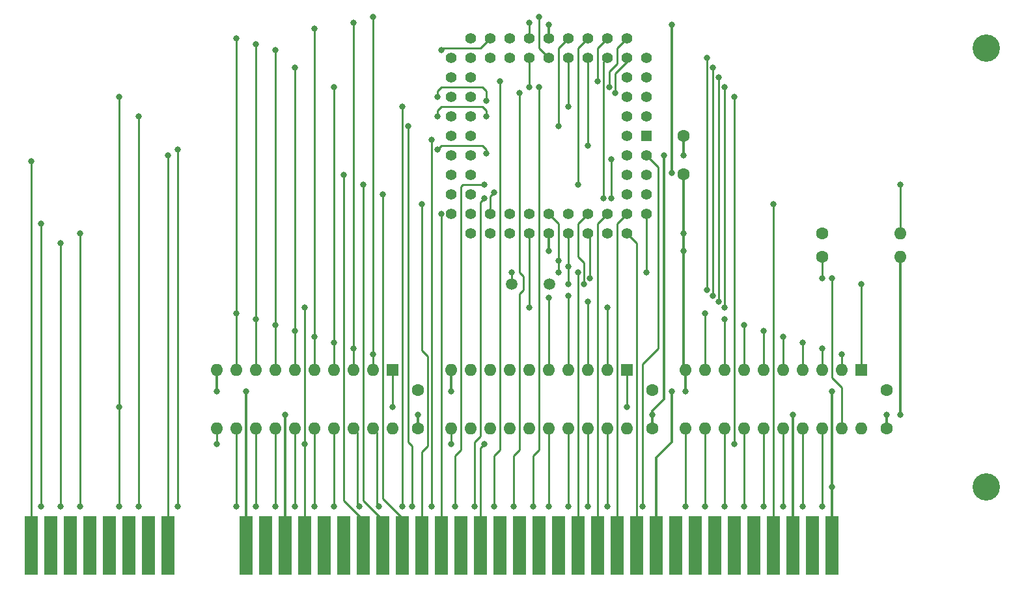
<source format=gbr>
G04 #@! TF.GenerationSoftware,KiCad,Pcbnew,(5.1.8)-1*
G04 #@! TF.CreationDate,2022-10-19T08:26:42-06:00*
G04 #@! TF.ProjectId,V40,5634302e-6b69-4636-9164-5f7063625858,rev?*
G04 #@! TF.SameCoordinates,Original*
G04 #@! TF.FileFunction,Copper,L2,Bot*
G04 #@! TF.FilePolarity,Positive*
%FSLAX46Y46*%
G04 Gerber Fmt 4.6, Leading zero omitted, Abs format (unit mm)*
G04 Created by KiCad (PCBNEW (5.1.8)-1) date 2022-10-19 08:26:42*
%MOMM*%
%LPD*%
G01*
G04 APERTURE LIST*
G04 #@! TA.AperFunction,ComponentPad*
%ADD10O,1.600000X1.600000*%
G04 #@! TD*
G04 #@! TA.AperFunction,ComponentPad*
%ADD11C,1.600000*%
G04 #@! TD*
G04 #@! TA.AperFunction,ComponentPad*
%ADD12C,1.500000*%
G04 #@! TD*
G04 #@! TA.AperFunction,ConnectorPad*
%ADD13R,1.780000X7.620000*%
G04 #@! TD*
G04 #@! TA.AperFunction,ComponentPad*
%ADD14R,1.600000X1.600000*%
G04 #@! TD*
G04 #@! TA.AperFunction,ComponentPad*
%ADD15C,1.422400*%
G04 #@! TD*
G04 #@! TA.AperFunction,ComponentPad*
%ADD16R,1.422400X1.422400*%
G04 #@! TD*
G04 #@! TA.AperFunction,ComponentPad*
%ADD17C,3.556000*%
G04 #@! TD*
G04 #@! TA.AperFunction,ViaPad*
%ADD18C,0.800000*%
G04 #@! TD*
G04 #@! TA.AperFunction,Conductor*
%ADD19C,0.330200*%
G04 #@! TD*
G04 #@! TA.AperFunction,Conductor*
%ADD20C,0.250000*%
G04 #@! TD*
G04 APERTURE END LIST*
D10*
G04 #@! TO.P,R1,2*
G04 #@! TO.N,/5+*
X170426380Y-92176600D03*
D11*
G04 #@! TO.P,R1,1*
G04 #@! TO.N,/DEN*
X160266380Y-92176600D03*
G04 #@! TD*
D12*
G04 #@! TO.P,Y1,2*
G04 #@! TO.N,/X1*
X124780380Y-95732600D03*
G04 #@! TO.P,Y1,1*
G04 #@! TO.N,/X2*
X119880380Y-95732600D03*
G04 #@! TD*
D10*
G04 #@! TO.P,R2,2*
G04 #@! TO.N,/POLL*
X170426380Y-89128600D03*
D11*
G04 #@! TO.P,R2,1*
G04 #@! TO.N,/GND*
X160266380Y-89128600D03*
G04 #@! TD*
D13*
G04 #@! TO.P,J1,8*
G04 #@! TO.N,/NMI*
X57396380Y-129768600D03*
G04 #@! TO.P,J1,7*
G04 #@! TO.N,Net-(J1-Pad7)*
X59936380Y-129768600D03*
G04 #@! TO.P,J1,6*
G04 #@! TO.N,/IO_008X*
X62476380Y-129768600D03*
G04 #@! TO.P,J1,5*
G04 #@! TO.N,/IO_006X*
X65016380Y-129768600D03*
G04 #@! TO.P,J1,4*
G04 #@! TO.N,/IO_004X*
X67556380Y-129768600D03*
G04 #@! TO.P,J1,3*
G04 #@! TO.N,/IO_002X*
X70096380Y-129768600D03*
G04 #@! TO.P,J1,2*
G04 #@! TO.N,/IO_000X*
X72636380Y-129768600D03*
G04 #@! TO.P,J1,1*
G04 #@! TO.N,/IRQ1*
X75176380Y-129768600D03*
G04 #@! TD*
D10*
G04 #@! TO.P,U4,20*
G04 #@! TO.N,/5+*
X165346380Y-114528600D03*
G04 #@! TO.P,U4,10*
G04 #@! TO.N,/GND*
X142486380Y-106908600D03*
G04 #@! TO.P,U4,19*
G04 #@! TO.N,/DEN*
X162806380Y-114528600D03*
G04 #@! TO.P,U4,9*
G04 #@! TO.N,/AD0*
X145026380Y-106908600D03*
G04 #@! TO.P,U4,18*
G04 #@! TO.N,/D7*
X160266380Y-114528600D03*
G04 #@! TO.P,U4,8*
G04 #@! TO.N,/AD1*
X147566380Y-106908600D03*
G04 #@! TO.P,U4,17*
G04 #@! TO.N,/D6*
X157726380Y-114528600D03*
G04 #@! TO.P,U4,7*
G04 #@! TO.N,/AD2*
X150106380Y-106908600D03*
G04 #@! TO.P,U4,16*
G04 #@! TO.N,/D5*
X155186380Y-114528600D03*
G04 #@! TO.P,U4,6*
G04 #@! TO.N,/AD3*
X152646380Y-106908600D03*
G04 #@! TO.P,U4,15*
G04 #@! TO.N,/D4*
X152646380Y-114528600D03*
G04 #@! TO.P,U4,5*
G04 #@! TO.N,/AD4*
X155186380Y-106908600D03*
G04 #@! TO.P,U4,14*
G04 #@! TO.N,/D3*
X150106380Y-114528600D03*
G04 #@! TO.P,U4,4*
G04 #@! TO.N,/AD5*
X157726380Y-106908600D03*
G04 #@! TO.P,U4,13*
G04 #@! TO.N,/D2*
X147566380Y-114528600D03*
G04 #@! TO.P,U4,3*
G04 #@! TO.N,/AD6*
X160266380Y-106908600D03*
G04 #@! TO.P,U4,12*
G04 #@! TO.N,/D1*
X145026380Y-114528600D03*
G04 #@! TO.P,U4,2*
G04 #@! TO.N,/AD7*
X162806380Y-106908600D03*
G04 #@! TO.P,U4,11*
G04 #@! TO.N,/D0*
X142486380Y-114528600D03*
D14*
G04 #@! TO.P,U4,1*
G04 #@! TO.N,/DTR*
X165346380Y-106908600D03*
G04 #@! TD*
D10*
G04 #@! TO.P,U3,20*
G04 #@! TO.N,/5+*
X134866380Y-114528600D03*
G04 #@! TO.P,U3,10*
G04 #@! TO.N,/GND*
X112006380Y-106908600D03*
G04 #@! TO.P,U3,19*
G04 #@! TO.N,/A19*
X132326380Y-114528600D03*
G04 #@! TO.P,U3,9*
G04 #@! TO.N,Net-(U3-Pad9)*
X114546380Y-106908600D03*
G04 #@! TO.P,U3,18*
G04 #@! TO.N,/A18*
X129786380Y-114528600D03*
G04 #@! TO.P,U3,8*
G04 #@! TO.N,Net-(U3-Pad8)*
X117086380Y-106908600D03*
G04 #@! TO.P,U3,17*
G04 #@! TO.N,/A17*
X127246380Y-114528600D03*
G04 #@! TO.P,U3,7*
G04 #@! TO.N,Net-(U3-Pad7)*
X119626380Y-106908600D03*
G04 #@! TO.P,U3,16*
G04 #@! TO.N,/A16*
X124706380Y-114528600D03*
G04 #@! TO.P,U3,6*
G04 #@! TO.N,Net-(U3-Pad6)*
X122166380Y-106908600D03*
G04 #@! TO.P,U3,15*
G04 #@! TO.N,Net-(U3-Pad15)*
X122166380Y-114528600D03*
G04 #@! TO.P,U3,5*
G04 #@! TO.N,/A16_*
X124706380Y-106908600D03*
G04 #@! TO.P,U3,14*
G04 #@! TO.N,Net-(U3-Pad14)*
X119626380Y-114528600D03*
G04 #@! TO.P,U3,4*
G04 #@! TO.N,/A17_*
X127246380Y-106908600D03*
G04 #@! TO.P,U3,13*
G04 #@! TO.N,Net-(U3-Pad13)*
X117086380Y-114528600D03*
G04 #@! TO.P,U3,3*
G04 #@! TO.N,/A18_*
X129786380Y-106908600D03*
G04 #@! TO.P,U3,12*
G04 #@! TO.N,Net-(U3-Pad12)*
X114546380Y-114528600D03*
G04 #@! TO.P,U3,2*
G04 #@! TO.N,/A19_*
X132326380Y-106908600D03*
G04 #@! TO.P,U3,11*
G04 #@! TO.N,/ALE*
X112006380Y-114528600D03*
D14*
G04 #@! TO.P,U3,1*
G04 #@! TO.N,/HOLDA*
X134866380Y-106908600D03*
G04 #@! TD*
D10*
G04 #@! TO.P,U2,20*
G04 #@! TO.N,/5+*
X104386380Y-114528600D03*
G04 #@! TO.P,U2,10*
G04 #@! TO.N,/GND*
X81526380Y-106908600D03*
G04 #@! TO.P,U2,19*
G04 #@! TO.N,/A7*
X101846380Y-114528600D03*
G04 #@! TO.P,U2,9*
G04 #@! TO.N,/AD0*
X84066380Y-106908600D03*
G04 #@! TO.P,U2,18*
G04 #@! TO.N,/A6*
X99306380Y-114528600D03*
G04 #@! TO.P,U2,8*
G04 #@! TO.N,/AD1*
X86606380Y-106908600D03*
G04 #@! TO.P,U2,17*
G04 #@! TO.N,/A5*
X96766380Y-114528600D03*
G04 #@! TO.P,U2,7*
G04 #@! TO.N,/AD2*
X89146380Y-106908600D03*
G04 #@! TO.P,U2,16*
G04 #@! TO.N,/A4*
X94226380Y-114528600D03*
G04 #@! TO.P,U2,6*
G04 #@! TO.N,/AD3*
X91686380Y-106908600D03*
G04 #@! TO.P,U2,15*
G04 #@! TO.N,/A3*
X91686380Y-114528600D03*
G04 #@! TO.P,U2,5*
G04 #@! TO.N,/AD4*
X94226380Y-106908600D03*
G04 #@! TO.P,U2,14*
G04 #@! TO.N,/A2*
X89146380Y-114528600D03*
G04 #@! TO.P,U2,4*
G04 #@! TO.N,/AD5*
X96766380Y-106908600D03*
G04 #@! TO.P,U2,13*
G04 #@! TO.N,/A1*
X86606380Y-114528600D03*
G04 #@! TO.P,U2,3*
G04 #@! TO.N,/AD6*
X99306380Y-106908600D03*
G04 #@! TO.P,U2,12*
G04 #@! TO.N,/A0*
X84066380Y-114528600D03*
G04 #@! TO.P,U2,2*
G04 #@! TO.N,/AD7*
X101846380Y-106908600D03*
G04 #@! TO.P,U2,11*
G04 #@! TO.N,/ALE*
X81526380Y-114528600D03*
D14*
G04 #@! TO.P,U2,1*
G04 #@! TO.N,/HOLDA*
X104386380Y-106908600D03*
G04 #@! TD*
D15*
G04 #@! TO.P,U1,60*
G04 #@! TO.N,/MWR*
X134866380Y-89128600D03*
G04 #@! TO.P,U1,58*
G04 #@! TO.N,Net-(U1-Pad58)*
X132326380Y-89128600D03*
G04 #@! TO.P,U1,56*
G04 #@! TO.N,/DEN*
X129786380Y-89128600D03*
G04 #@! TO.P,U1,54*
G04 #@! TO.N,/X1*
X127246380Y-89128600D03*
G04 #@! TO.P,U1,52*
G04 #@! TO.N,/GND*
X124706380Y-89128600D03*
G04 #@! TO.P,U1,50*
G04 #@! TO.N,/ALE*
X122166380Y-89128600D03*
G04 #@! TO.P,U1,48*
G04 #@! TO.N,Net-(U1-Pad48)*
X119626380Y-89128600D03*
G04 #@! TO.P,U1,46*
G04 #@! TO.N,/SPK_GO*
X117086380Y-89128600D03*
G04 #@! TO.P,U1,61*
G04 #@! TO.N,/IORD*
X137406380Y-86588600D03*
G04 #@! TO.P,U1,59*
G04 #@! TO.N,/IOWR*
X132326380Y-86588600D03*
G04 #@! TO.P,U1,57*
G04 #@! TO.N,/DTR*
X129786380Y-86588600D03*
G04 #@! TO.P,U1,55*
G04 #@! TO.N,Net-(U1-Pad55)*
X127246380Y-86588600D03*
G04 #@! TO.P,U1,53*
G04 #@! TO.N,/X2*
X124706380Y-86588600D03*
G04 #@! TO.P,U1,51*
G04 #@! TO.N,Net-(U1-Pad51)*
X122166380Y-86588600D03*
G04 #@! TO.P,U1,49*
G04 #@! TO.N,Net-(U1-Pad49)*
X119626380Y-86588600D03*
G04 #@! TO.P,U1,47*
G04 #@! TO.N,/POLL*
X117086380Y-86588600D03*
G04 #@! TO.P,U1,45*
G04 #@! TO.N,/SPK_OUT*
X114546380Y-86588600D03*
G04 #@! TO.P,U1,43*
G04 #@! TO.N,/IRQ7*
X112006380Y-86588600D03*
G04 #@! TO.P,U1,41*
G04 #@! TO.N,/IRQ5*
X112006380Y-84048600D03*
G04 #@! TO.P,U1,39*
G04 #@! TO.N,/IRQ3*
X112006380Y-81508600D03*
G04 #@! TO.P,U1,37*
G04 #@! TO.N,/IRQ1*
X112006380Y-78968600D03*
G04 #@! TO.P,U1,35*
G04 #@! TO.N,Net-(U1-Pad35)*
X112006380Y-76428600D03*
G04 #@! TO.P,U1,33*
G04 #@! TO.N,Net-(U1-Pad33)*
X112006380Y-73888600D03*
G04 #@! TO.P,U1,31*
G04 #@! TO.N,Net-(U1-Pad31)*
X112006380Y-71348600D03*
G04 #@! TO.P,U1,29*
G04 #@! TO.N,Net-(U1-Pad29)*
X112006380Y-68808600D03*
G04 #@! TO.P,U1,27*
G04 #@! TO.N,Net-(U1-Pad27)*
X112006380Y-66268600D03*
G04 #@! TO.P,U1,44*
G04 #@! TO.N,/HF_PCLK*
X114546380Y-89128600D03*
G04 #@! TO.P,U1,42*
G04 #@! TO.N,/IRQ6*
X114546380Y-84048600D03*
G04 #@! TO.P,U1,40*
G04 #@! TO.N,/IRQ4*
X114546380Y-81508600D03*
G04 #@! TO.P,U1,38*
G04 #@! TO.N,/IRQ2*
X114546380Y-78968600D03*
G04 #@! TO.P,U1,36*
G04 #@! TO.N,Net-(U1-Pad36)*
X114546380Y-76428600D03*
G04 #@! TO.P,U1,34*
G04 #@! TO.N,Net-(U1-Pad34)*
X114546380Y-73888600D03*
G04 #@! TO.P,U1,32*
G04 #@! TO.N,Net-(U1-Pad32)*
X114546380Y-71348600D03*
G04 #@! TO.P,U1,30*
G04 #@! TO.N,Net-(U1-Pad30)*
X114546380Y-68808600D03*
G04 #@! TO.P,U1,28*
G04 #@! TO.N,Net-(U1-Pad28)*
X114546380Y-66268600D03*
G04 #@! TO.P,U1,26*
G04 #@! TO.N,/AD0*
X114546380Y-63728600D03*
G04 #@! TO.P,U1,24*
G04 #@! TO.N,/AD2*
X117086380Y-63728600D03*
G04 #@! TO.P,U1,22*
G04 #@! TO.N,/AD4*
X119626380Y-63728600D03*
G04 #@! TO.P,U1,20*
G04 #@! TO.N,/AD6*
X122166380Y-63728600D03*
G04 #@! TO.P,U1,18*
G04 #@! TO.N,/GND*
X124706380Y-63728600D03*
G04 #@! TO.P,U1,16*
G04 #@! TO.N,/A9*
X127246380Y-63728600D03*
G04 #@! TO.P,U1,14*
G04 #@! TO.N,/A11*
X129786380Y-63728600D03*
G04 #@! TO.P,U1,12*
G04 #@! TO.N,/A13*
X132326380Y-63728600D03*
G04 #@! TO.P,U1,10*
G04 #@! TO.N,/A15*
X134866380Y-63728600D03*
G04 #@! TO.P,U1,25*
G04 #@! TO.N,/AD1*
X117086380Y-66268600D03*
G04 #@! TO.P,U1,23*
G04 #@! TO.N,/AD3*
X119626380Y-66268600D03*
G04 #@! TO.P,U1,21*
G04 #@! TO.N,/AD5*
X122166380Y-66268600D03*
G04 #@! TO.P,U1,19*
G04 #@! TO.N,/AD7*
X124706380Y-66268600D03*
G04 #@! TO.P,U1,17*
G04 #@! TO.N,/A8*
X127246380Y-66268600D03*
G04 #@! TO.P,U1,15*
G04 #@! TO.N,/A10*
X129786380Y-66268600D03*
G04 #@! TO.P,U1,13*
G04 #@! TO.N,/A12*
X132326380Y-66268600D03*
G04 #@! TO.P,U1,11*
G04 #@! TO.N,/A14*
X134866380Y-66268600D03*
G04 #@! TO.P,U1,63*
G04 #@! TO.N,Net-(U1-Pad63)*
X137406380Y-84048600D03*
G04 #@! TO.P,U1,65*
G04 #@! TO.N,Net-(U1-Pad65)*
X137406380Y-81508600D03*
G04 #@! TO.P,U1,67*
G04 #@! TO.N,/RDY1*
X137406380Y-78968600D03*
G04 #@! TO.P,U1,9*
G04 #@! TO.N,/A16_*
X137406380Y-66268600D03*
G04 #@! TO.P,U1,7*
G04 #@! TO.N,/A18_*
X137406380Y-68808600D03*
G04 #@! TO.P,U1,5*
G04 #@! TO.N,/REFRQ*
X137406380Y-71348600D03*
G04 #@! TO.P,U1,3*
G04 #@! TO.N,/HOLDA*
X137406380Y-73888600D03*
D16*
G04 #@! TO.P,U1,1*
G04 #@! TO.N,/5+*
X137406380Y-76428600D03*
D15*
G04 #@! TO.P,U1,62*
G04 #@! TO.N,/MRD*
X134866380Y-86588600D03*
G04 #@! TO.P,U1,64*
G04 #@! TO.N,Net-(U1-Pad64)*
X134866380Y-84048600D03*
G04 #@! TO.P,U1,66*
G04 #@! TO.N,/NMI*
X134866380Y-81508600D03*
G04 #@! TO.P,U1,68*
G04 #@! TO.N,/RESET*
X134866380Y-78968600D03*
G04 #@! TO.P,U1,8*
G04 #@! TO.N,/A17_*
X134866380Y-68808600D03*
G04 #@! TO.P,U1,6*
G04 #@! TO.N,/A19_*
X134866380Y-71348600D03*
G04 #@! TO.P,U1,4*
G04 #@! TO.N,/HOLD*
X134866380Y-73888600D03*
G04 #@! TO.P,U1,2*
G04 #@! TO.N,Net-(U1-Pad2)*
X134866380Y-76428600D03*
G04 #@! TD*
D11*
G04 #@! TO.P,C4,2*
G04 #@! TO.N,/5+*
X168648380Y-114528600D03*
G04 #@! TO.P,C4,1*
G04 #@! TO.N,/GND*
X168648380Y-109528600D03*
G04 #@! TD*
G04 #@! TO.P,C3,2*
G04 #@! TO.N,/5+*
X138168380Y-114528600D03*
G04 #@! TO.P,C3,1*
G04 #@! TO.N,/GND*
X138168380Y-109528600D03*
G04 #@! TD*
G04 #@! TO.P,C2,2*
G04 #@! TO.N,/5+*
X107688380Y-114528600D03*
G04 #@! TO.P,C2,1*
G04 #@! TO.N,/GND*
X107688380Y-109528600D03*
G04 #@! TD*
G04 #@! TO.P,C1,2*
G04 #@! TO.N,/5+*
X142232380Y-76428600D03*
G04 #@! TO.P,C1,1*
G04 #@! TO.N,/GND*
X142232380Y-81428600D03*
G04 #@! TD*
D13*
G04 #@! TO.P,J9,31*
G04 #@! TO.N,/GND*
X85336380Y-129768600D03*
G04 #@! TO.P,J9,30*
G04 #@! TO.N,/OSC88*
X87876380Y-129768600D03*
G04 #@! TO.P,J9,29*
G04 #@! TO.N,/5+*
X90416380Y-129768600D03*
G04 #@! TO.P,J9,28*
G04 #@! TO.N,/ALE*
X92956380Y-129768600D03*
G04 #@! TO.P,J9,27*
G04 #@! TO.N,/TC*
X95496380Y-129768600D03*
G04 #@! TO.P,J9,26*
G04 #@! TO.N,/DACK2*
X98036380Y-129768600D03*
G04 #@! TO.P,J9,25*
G04 #@! TO.N,/IRQ3*
X100576380Y-129768600D03*
G04 #@! TO.P,J9,24*
G04 #@! TO.N,/IRQ4*
X103116380Y-129768600D03*
G04 #@! TO.P,J9,23*
G04 #@! TO.N,/IRQ5*
X105656380Y-129768600D03*
G04 #@! TO.P,J9,22*
G04 #@! TO.N,/IRQ6*
X108196380Y-129768600D03*
G04 #@! TO.P,J9,21*
G04 #@! TO.N,/IRQ7*
X110736380Y-129768600D03*
G04 #@! TO.P,J9,20*
G04 #@! TO.N,/CLK88*
X113276380Y-129768600D03*
G04 #@! TO.P,J9,19*
G04 #@! TO.N,/REFRQ*
X115816380Y-129768600D03*
G04 #@! TO.P,J9,18*
G04 #@! TO.N,/DRQ1*
X118356380Y-129768600D03*
G04 #@! TO.P,J9,17*
G04 #@! TO.N,/DACK1*
X120896380Y-129768600D03*
G04 #@! TO.P,J9,16*
G04 #@! TO.N,/DRQ3*
X123436380Y-129768600D03*
G04 #@! TO.P,J9,15*
G04 #@! TO.N,/DACK3*
X125976380Y-129768600D03*
G04 #@! TO.P,J9,14*
G04 #@! TO.N,/IORD*
X128516380Y-129768600D03*
G04 #@! TO.P,J9,13*
G04 #@! TO.N,/IOWR*
X131056380Y-129768600D03*
G04 #@! TO.P,J9,12*
G04 #@! TO.N,/MRD*
X133596380Y-129768600D03*
G04 #@! TO.P,J9,11*
G04 #@! TO.N,/MWR*
X136136380Y-129768600D03*
G04 #@! TO.P,J9,10*
G04 #@! TO.N,/GND*
X138676380Y-129768600D03*
G04 #@! TO.P,J9,9*
G04 #@! TO.N,/12+*
X141216380Y-129768600D03*
G04 #@! TO.P,J9,8*
G04 #@! TO.N,/NC*
X143756380Y-129768600D03*
G04 #@! TO.P,J9,7*
G04 #@! TO.N,/12-*
X146296380Y-129768600D03*
G04 #@! TO.P,J9,6*
G04 #@! TO.N,/DRQ2*
X148836380Y-129768600D03*
G04 #@! TO.P,J9,5*
G04 #@! TO.N,/5-*
X151376380Y-129768600D03*
G04 #@! TO.P,J9,4*
G04 #@! TO.N,/IRQ2*
X153916380Y-129768600D03*
G04 #@! TO.P,J9,3*
G04 #@! TO.N,/5+*
X156456380Y-129768600D03*
G04 #@! TO.P,J9,2*
G04 #@! TO.N,/RESOUT*
X158996380Y-129768600D03*
G04 #@! TO.P,J9,1*
G04 #@! TO.N,/GND*
X161536380Y-129768600D03*
G04 #@! TD*
D17*
G04 #@! TO.P,R,1*
G04 #@! TO.N,/GND*
X181602380Y-122148600D03*
G04 #@! TD*
G04 #@! TO.P,R,1*
G04 #@! TO.N,N/C*
X181602380Y-64998600D03*
G04 #@! TD*
D18*
G04 #@! TO.N,/5+*
X139692380Y-78968600D03*
X142232380Y-78968600D03*
X156456380Y-112750600D03*
X107688380Y-112750600D03*
X138168380Y-112750600D03*
X168648380Y-112750600D03*
X90416380Y-112750600D03*
X170426380Y-112750574D03*
G04 #@! TO.N,/GND*
X142486380Y-109702600D03*
X124706380Y-91414600D03*
X142232380Y-91414600D03*
X140708380Y-109702600D03*
X112006380Y-109702600D03*
X81526380Y-109702600D03*
X85336380Y-109702600D03*
X161536380Y-122148600D03*
X161536380Y-109702600D03*
X140708380Y-81254600D03*
X140708380Y-61950600D03*
X124706380Y-61950600D03*
X142232380Y-89128600D03*
G04 #@! TO.N,/IRQ2*
X132834380Y-79476600D03*
X132834380Y-84556600D03*
X153916380Y-85318600D03*
G04 #@! TO.N,/IRQ7*
X110736380Y-86588600D03*
G04 #@! TO.N,/IRQ6*
X108196380Y-85318600D03*
G04 #@! TO.N,/IRQ5*
X103116380Y-84048600D03*
G04 #@! TO.N,/IRQ4*
X100576380Y-82778600D03*
G04 #@! TO.N,/IRQ3*
X98036380Y-81508600D03*
G04 #@! TO.N,/ALE*
X92956380Y-116560600D03*
X81526380Y-116560600D03*
X112006380Y-116560600D03*
X122166380Y-98780600D03*
X92956380Y-98780600D03*
G04 #@! TO.N,/D7*
X160266380Y-124688600D03*
G04 #@! TO.N,/D6*
X157726380Y-124688600D03*
G04 #@! TO.N,/D5*
X155186380Y-124688600D03*
G04 #@! TO.N,/D4*
X152646380Y-124688600D03*
G04 #@! TO.N,/D3*
X150106380Y-124688600D03*
G04 #@! TO.N,/D2*
X147566380Y-124688600D03*
G04 #@! TO.N,/D1*
X145026380Y-124688600D03*
G04 #@! TO.N,/D0*
X142486380Y-124688600D03*
G04 #@! TO.N,/RDY1*
X136898380Y-124688600D03*
G04 #@! TO.N,/A19*
X132326380Y-124688600D03*
G04 #@! TO.N,/A18*
X129786380Y-124688600D03*
G04 #@! TO.N,/A17*
X127246380Y-124688600D03*
G04 #@! TO.N,/A16*
X124706380Y-124688600D03*
G04 #@! TO.N,/A15*
X122674374Y-124688600D03*
X123436380Y-70078600D03*
X132580380Y-70078600D03*
G04 #@! TO.N,/A14*
X120134374Y-124688600D03*
X120896380Y-70840600D03*
X133342380Y-70840600D03*
G04 #@! TO.N,/A13*
X117594374Y-124688600D03*
X118356380Y-69316600D03*
X131056380Y-69316600D03*
G04 #@! TO.N,/A12*
X115054374Y-124688600D03*
X116324380Y-84556600D03*
X131818380Y-84556600D03*
G04 #@! TO.N,/A11*
X112514374Y-124688600D03*
X128516380Y-82778600D03*
X116324380Y-82778600D03*
G04 #@! TO.N,/A10*
X129786380Y-77698600D03*
X109466380Y-124688600D03*
X109466380Y-76936600D03*
G04 #@! TO.N,/A9*
X106418380Y-75158600D03*
X125976380Y-75158600D03*
X106926380Y-124688600D03*
G04 #@! TO.N,/A8*
X105656380Y-72618600D03*
X127246380Y-72618600D03*
X105656380Y-124688600D03*
G04 #@! TO.N,/A7*
X102608380Y-124688600D03*
G04 #@! TO.N,/A6*
X100068380Y-124688600D03*
G04 #@! TO.N,/A5*
X96766380Y-124688600D03*
G04 #@! TO.N,/A4*
X94226380Y-124688600D03*
G04 #@! TO.N,/A3*
X91686380Y-124688600D03*
G04 #@! TO.N,/A2*
X89146380Y-124688600D03*
G04 #@! TO.N,/A1*
X86606380Y-124688600D03*
G04 #@! TO.N,/A0*
X84066380Y-124688600D03*
G04 #@! TO.N,/IORD*
X128516380Y-94208600D03*
X137406380Y-94208600D03*
G04 #@! TO.N,/REFRQ*
X148836380Y-71348600D03*
X116324380Y-116560600D03*
X148836380Y-116560600D03*
G04 #@! TO.N,/AD0*
X84066380Y-63728600D03*
X84066380Y-99542600D03*
X145026380Y-99542600D03*
G04 #@! TO.N,/AD2*
X110736380Y-65252600D03*
X89146380Y-65252600D03*
X150106380Y-101066600D03*
X89146380Y-101066600D03*
G04 #@! TO.N,/AD4*
X94226380Y-62458600D03*
X155186380Y-102590600D03*
X94226380Y-102590600D03*
G04 #@! TO.N,/AD6*
X122166380Y-61696600D03*
X99306380Y-61696600D03*
X160266380Y-104114600D03*
X99306380Y-104114600D03*
G04 #@! TO.N,/AD1*
X86606380Y-64490600D03*
X86606380Y-100304600D03*
X147566380Y-100304600D03*
G04 #@! TO.N,/AD3*
X91686380Y-67538600D03*
X152646380Y-101828600D03*
X91686380Y-101828600D03*
G04 #@! TO.N,/AD5*
X122166380Y-70078600D03*
X96766380Y-70078600D03*
X96766380Y-103352600D03*
X157726380Y-103352600D03*
G04 #@! TO.N,/AD7*
X123436380Y-60934600D03*
X101846380Y-60934600D03*
X101846380Y-104876600D03*
X162806380Y-104876600D03*
G04 #@! TO.N,/A16_*
X145280380Y-66268600D03*
X145280380Y-96494600D03*
X124706380Y-97510600D03*
G04 #@! TO.N,/A18_*
X146804380Y-68808600D03*
X146804380Y-98018600D03*
X129786380Y-98018600D03*
G04 #@! TO.N,/A17_*
X146042380Y-67538600D03*
X146042380Y-97256600D03*
X127246380Y-97256600D03*
G04 #@! TO.N,/A19_*
X147566380Y-70078600D03*
X147566380Y-98780600D03*
X132326380Y-98780600D03*
G04 #@! TO.N,/SPK_OUT*
X58666380Y-124688600D03*
X58666380Y-87858600D03*
G04 #@! TO.N,/SPK_GO*
X61206380Y-124688600D03*
X61206380Y-90398600D03*
G04 #@! TO.N,/HF_PCLK*
X63746380Y-124688600D03*
X63746380Y-89128600D03*
G04 #@! TO.N,/HOLDA*
X68826380Y-124688600D03*
X116578380Y-71856600D03*
X110228380Y-71348600D03*
X68826380Y-71348600D03*
X134866380Y-111734600D03*
X68826380Y-111734600D03*
X104386380Y-111734600D03*
G04 #@! TO.N,/HOLD*
X71366380Y-124688600D03*
X116578380Y-73888600D03*
X110228380Y-73888600D03*
X71366380Y-73888600D03*
G04 #@! TO.N,/RESET*
X76446380Y-124688600D03*
X110228380Y-78206600D03*
X76446380Y-78206600D03*
X116578380Y-78714600D03*
G04 #@! TO.N,/NMI*
X57396380Y-79730600D03*
G04 #@! TO.N,/IRQ1*
X75176380Y-78968600D03*
G04 #@! TO.N,/DEN*
X130040380Y-94970600D03*
X161536380Y-94970600D03*
X160266380Y-94970600D03*
G04 #@! TO.N,/POLL*
X117594380Y-83794600D03*
X170426380Y-82778600D03*
G04 #@! TO.N,/X1*
X127246380Y-95732600D03*
X127246380Y-93446600D03*
G04 #@! TO.N,/DTR*
X129278380Y-95732600D03*
X165346380Y-95732600D03*
G04 #@! TO.N,/X2*
X125976380Y-94208600D03*
X119880380Y-94208600D03*
X125976380Y-92684600D03*
G04 #@! TD*
D19*
G04 #@! TO.N,/5+*
X142232380Y-76428600D02*
X142232380Y-78968600D01*
X156456380Y-129768600D02*
X156456380Y-112750600D01*
X107688380Y-112750600D02*
X107688380Y-114528600D01*
X139692380Y-110718600D02*
X139692380Y-78968600D01*
X138168380Y-112242600D02*
X139692380Y-110718600D01*
X138168380Y-114528600D02*
X138168380Y-112750600D01*
X138168380Y-112750600D02*
X138168380Y-112242600D01*
X168648380Y-114528600D02*
X168648380Y-112750600D01*
X90416380Y-129768600D02*
X90416380Y-112750600D01*
X170426380Y-92176600D02*
X170426380Y-112750574D01*
G04 #@! TO.N,/GND*
X142232380Y-106654600D02*
X142486380Y-106908600D01*
X142232380Y-81428600D02*
X142232380Y-106654600D01*
X142486380Y-106908600D02*
X142486380Y-109702600D01*
X124706380Y-89128600D02*
X124706380Y-91414600D01*
X112006380Y-106908600D02*
X112006380Y-109702600D01*
X81526380Y-106908600D02*
X81526380Y-109702600D01*
X85336380Y-129768600D02*
X85336380Y-109702600D01*
X161536380Y-129768600D02*
X161536380Y-122148600D01*
X161536380Y-122148600D02*
X161536380Y-109702600D01*
X140708380Y-81254600D02*
X140708380Y-61950600D01*
X124706380Y-61950600D02*
X124706380Y-63728600D01*
X140708380Y-116306600D02*
X140708380Y-109702600D01*
X138676380Y-118338600D02*
X140708380Y-116306600D01*
X138676380Y-129768600D02*
X138676380Y-118338600D01*
D20*
G04 #@! TO.N,/IRQ2*
X132834380Y-79476600D02*
X132834380Y-84556600D01*
X153916380Y-85318600D02*
X153916380Y-129768600D01*
G04 #@! TO.N,/IRQ7*
X110736380Y-129768600D02*
X110736380Y-86588600D01*
G04 #@! TO.N,/IRQ6*
X108196380Y-129768600D02*
X108196380Y-117576600D01*
X108196380Y-117576600D02*
X108958380Y-116814600D01*
X108958380Y-105130600D02*
X108196380Y-104368600D01*
X108958380Y-116814600D02*
X108958380Y-105130600D01*
X108196380Y-104368600D02*
X108196380Y-85318600D01*
G04 #@! TO.N,/IRQ5*
X103116380Y-123672600D02*
X103116380Y-84048600D01*
X105656380Y-126212600D02*
X103116380Y-123672600D01*
X105656380Y-129768600D02*
X105656380Y-126212600D01*
G04 #@! TO.N,/IRQ4*
X103116380Y-126466600D02*
X103116380Y-129768600D01*
X100576380Y-123926600D02*
X103116380Y-126466600D01*
X100576380Y-82778600D02*
X100576380Y-123926600D01*
G04 #@! TO.N,/IRQ3*
X100576380Y-126466600D02*
X100576380Y-129768600D01*
X98036380Y-123926600D02*
X100576380Y-126466600D01*
X98036380Y-81508600D02*
X98036380Y-123926600D01*
G04 #@! TO.N,/ALE*
X92956380Y-129768600D02*
X92956380Y-116560600D01*
X112006380Y-114528600D02*
X112006380Y-116560600D01*
X81526380Y-114528600D02*
X81526380Y-116560600D01*
X122166380Y-89128600D02*
X122166380Y-98780600D01*
X92956380Y-98780600D02*
X92956380Y-116560600D01*
G04 #@! TO.N,/D7*
X160266380Y-124688600D02*
X160266380Y-114528600D01*
G04 #@! TO.N,/D6*
X157726380Y-114528600D02*
X157726380Y-124688600D01*
G04 #@! TO.N,/D5*
X155186380Y-114528600D02*
X155186380Y-124688600D01*
G04 #@! TO.N,/D4*
X152646380Y-114528600D02*
X152646380Y-124688600D01*
G04 #@! TO.N,/D3*
X150106380Y-114528600D02*
X150106380Y-124688600D01*
G04 #@! TO.N,/D2*
X147566380Y-114528600D02*
X147566380Y-124688600D01*
G04 #@! TO.N,/D1*
X145026380Y-114528600D02*
X145026380Y-124688600D01*
G04 #@! TO.N,/D0*
X142486380Y-124688600D02*
X142486380Y-114528600D01*
G04 #@! TO.N,/RDY1*
X138930380Y-104114600D02*
X136898380Y-106146600D01*
X137406380Y-78968600D02*
X138930380Y-80492600D01*
X138930380Y-80492600D02*
X138930380Y-104114600D01*
X136898380Y-106146600D02*
X136898380Y-124688600D01*
G04 #@! TO.N,/A19*
X132326380Y-114528600D02*
X132326380Y-124688600D01*
G04 #@! TO.N,/A18*
X129786380Y-114528600D02*
X129786380Y-124688600D01*
G04 #@! TO.N,/A17*
X127246380Y-114528600D02*
X127246380Y-124688600D01*
G04 #@! TO.N,/A16*
X124706380Y-114528600D02*
X124706380Y-124688600D01*
G04 #@! TO.N,/A15*
X132580380Y-68046600D02*
X132580380Y-70078600D01*
X133596380Y-67030600D02*
X132580380Y-68046600D01*
X133596380Y-64998600D02*
X133596380Y-67030600D01*
X134866380Y-63728600D02*
X133596380Y-64998600D01*
X123436380Y-117322600D02*
X123436380Y-70078600D01*
X122674374Y-118084606D02*
X123436380Y-117322600D01*
X122674374Y-124688600D02*
X122674374Y-118084606D01*
G04 #@! TO.N,/A14*
X133342380Y-68300600D02*
X133342380Y-70840600D01*
X134866380Y-66776600D02*
X133342380Y-68300600D01*
X134866380Y-66268600D02*
X134866380Y-66776600D01*
X120134374Y-118084606D02*
X120134374Y-124688600D01*
X120896380Y-117322600D02*
X120134374Y-118084606D01*
X120896380Y-97002600D02*
X120896380Y-117322600D01*
X121404380Y-96494600D02*
X120896380Y-97002600D01*
X121404380Y-94716600D02*
X121404380Y-96494600D01*
X120896380Y-94208600D02*
X121404380Y-94716600D01*
X120896380Y-70840600D02*
X120896380Y-94208600D01*
G04 #@! TO.N,/A13*
X117594374Y-124688600D02*
X117594374Y-118084606D01*
X117594374Y-118084606D02*
X118356380Y-117322600D01*
X118356380Y-117322600D02*
X118356380Y-69316600D01*
X131056380Y-64998600D02*
X131056380Y-69316600D01*
X132326380Y-63728600D02*
X131056380Y-64998600D01*
G04 #@! TO.N,/A12*
X132326380Y-66268600D02*
X131818380Y-66776600D01*
X131818380Y-66776600D02*
X131818380Y-84556600D01*
X115816380Y-85064600D02*
X116324380Y-84556600D01*
X115816380Y-115544600D02*
X115816380Y-85064600D01*
X115054374Y-116306606D02*
X115816380Y-115544600D01*
X115054374Y-124688600D02*
X115054374Y-116306606D01*
G04 #@! TO.N,/A11*
X128516380Y-64998600D02*
X128516380Y-82778600D01*
X129786380Y-63728600D02*
X128516380Y-64998600D01*
X112514374Y-118084606D02*
X112514374Y-124688600D01*
X113276380Y-117322600D02*
X112514374Y-118084606D01*
X113276380Y-83032600D02*
X113276380Y-117322600D01*
X113530380Y-82778600D02*
X113276380Y-83032600D01*
X116324380Y-82778600D02*
X113530380Y-82778600D01*
G04 #@! TO.N,/A10*
X129786380Y-66268600D02*
X129786380Y-77698600D01*
X109466380Y-124688600D02*
X109466380Y-76936600D01*
G04 #@! TO.N,/A9*
X125976380Y-64998600D02*
X125976380Y-75158600D01*
X127246380Y-63728600D02*
X125976380Y-64998600D01*
X106926380Y-116814600D02*
X106926380Y-124688600D01*
X106418380Y-116306600D02*
X106926380Y-116814600D01*
X106418380Y-75158600D02*
X106418380Y-116306600D01*
G04 #@! TO.N,/A8*
X127246380Y-66268600D02*
X127246380Y-72618600D01*
X105656380Y-72618600D02*
X105656380Y-124688600D01*
G04 #@! TO.N,/A7*
X102354380Y-124434600D02*
X102608380Y-124688600D01*
X102354380Y-115036600D02*
X102354380Y-124434600D01*
X101846380Y-114528600D02*
X102354380Y-115036600D01*
G04 #@! TO.N,/A6*
X99814380Y-124434600D02*
X100068380Y-124688600D01*
X99814380Y-115036600D02*
X99814380Y-124434600D01*
X99306380Y-114528600D02*
X99814380Y-115036600D01*
G04 #@! TO.N,/A5*
X96766380Y-114528600D02*
X96766380Y-124688600D01*
G04 #@! TO.N,/A4*
X94226380Y-114528600D02*
X94226380Y-124688600D01*
G04 #@! TO.N,/A3*
X91686380Y-114528600D02*
X91686380Y-124688600D01*
G04 #@! TO.N,/A2*
X89146380Y-114528600D02*
X89146380Y-124688600D01*
G04 #@! TO.N,/A1*
X86606380Y-114528600D02*
X86606380Y-124688600D01*
G04 #@! TO.N,/A0*
X84066380Y-114528600D02*
X84066380Y-124688600D01*
G04 #@! TO.N,/MWR*
X136136380Y-90398600D02*
X134866380Y-89128600D01*
X136136380Y-129768600D02*
X136136380Y-90398600D01*
G04 #@! TO.N,/MRD*
X133596380Y-87858600D02*
X134866380Y-86588600D01*
X133596380Y-129768600D02*
X133596380Y-87858600D01*
G04 #@! TO.N,/IOWR*
X132326380Y-86588600D02*
X131056380Y-87858600D01*
X131056380Y-87858600D02*
X131056380Y-95224600D01*
X131056380Y-95224600D02*
X131056380Y-94716600D01*
X131056380Y-129768600D02*
X131056380Y-95224600D01*
G04 #@! TO.N,/IORD*
X128516380Y-129768600D02*
X128516380Y-94208600D01*
X137406380Y-86588600D02*
X137406380Y-94208600D01*
G04 #@! TO.N,/REFRQ*
X115816380Y-117068600D02*
X116324380Y-116560600D01*
X115816380Y-129768600D02*
X115816380Y-117068600D01*
X148836380Y-71348600D02*
X148836380Y-116560600D01*
G04 #@! TO.N,/AD0*
X84066380Y-63728600D02*
X84066380Y-106908600D01*
X145026380Y-99542600D02*
X145026380Y-106908600D01*
G04 #@! TO.N,/AD2*
X117086380Y-63728600D02*
X115816380Y-64998600D01*
X115816380Y-64998600D02*
X110990380Y-64998600D01*
X110990380Y-64998600D02*
X110736380Y-65252600D01*
X89146380Y-106908600D02*
X89146380Y-65252600D01*
X150106380Y-101066600D02*
X150106380Y-106908600D01*
G04 #@! TO.N,/AD4*
X94226380Y-62458600D02*
X94226380Y-106908600D01*
X155186380Y-102590600D02*
X155186380Y-106908600D01*
G04 #@! TO.N,/AD6*
X122166380Y-61696600D02*
X122166380Y-63728600D01*
X99306380Y-61696600D02*
X99306380Y-106908600D01*
X160266380Y-104114600D02*
X160266380Y-106908600D01*
G04 #@! TO.N,/AD1*
X86606380Y-64490600D02*
X86606380Y-106908600D01*
X147566380Y-100304600D02*
X147566380Y-106908600D01*
G04 #@! TO.N,/AD3*
X91686380Y-106908600D02*
X91686380Y-67538600D01*
X152646380Y-101828600D02*
X152646380Y-106908600D01*
G04 #@! TO.N,/AD5*
X122166380Y-66268600D02*
X122166380Y-70078600D01*
X96766380Y-70078600D02*
X96766380Y-106908600D01*
X157726380Y-103352600D02*
X157726380Y-106908600D01*
G04 #@! TO.N,/AD7*
X124706380Y-66268600D02*
X123436380Y-64998600D01*
X123436380Y-64998600D02*
X123436380Y-60934600D01*
X101846380Y-106908600D02*
X101846380Y-104876600D01*
X101846380Y-104876600D02*
X101846380Y-60934600D01*
X162806380Y-104876600D02*
X162806380Y-106908600D01*
G04 #@! TO.N,/A16_*
X145280380Y-66268600D02*
X145280380Y-96494600D01*
X124706380Y-106908600D02*
X124706380Y-97510600D01*
G04 #@! TO.N,/A18_*
X146804380Y-68808600D02*
X146804380Y-98018600D01*
X129786380Y-98018600D02*
X129786380Y-106908600D01*
G04 #@! TO.N,/A17_*
X146042380Y-67538600D02*
X146042380Y-97256600D01*
X127246380Y-97256600D02*
X127246380Y-106908600D01*
G04 #@! TO.N,/A19_*
X147566380Y-70078600D02*
X147566380Y-98780600D01*
X132326380Y-98780600D02*
X132326380Y-106908600D01*
G04 #@! TO.N,/SPK_OUT*
X58666380Y-124688600D02*
X58666380Y-87858600D01*
G04 #@! TO.N,/SPK_GO*
X61206380Y-90398600D02*
X61206380Y-124688600D01*
G04 #@! TO.N,/HF_PCLK*
X63746380Y-124688600D02*
X63746380Y-89128600D01*
G04 #@! TO.N,/HOLDA*
X110228380Y-70586600D02*
X110228380Y-71348600D01*
X116070380Y-70078600D02*
X110736380Y-70078600D01*
X116578380Y-70586600D02*
X116070380Y-70078600D01*
X110736380Y-70078600D02*
X110228380Y-70586600D01*
X116578380Y-71856600D02*
X116578380Y-70586600D01*
X68826380Y-124688600D02*
X68826380Y-71348600D01*
X134866380Y-106908600D02*
X134866380Y-111734600D01*
X104386380Y-106908600D02*
X104386380Y-111734600D01*
G04 #@! TO.N,/HOLD*
X110736380Y-72618600D02*
X110228380Y-73126600D01*
X116070380Y-72618600D02*
X110736380Y-72618600D01*
X116578380Y-73126600D02*
X116070380Y-72618600D01*
X110228380Y-73126600D02*
X110228380Y-73888600D01*
X116578380Y-73888600D02*
X116578380Y-73126600D01*
X71366380Y-124688600D02*
X71366380Y-73888600D01*
G04 #@! TO.N,/RESET*
X76446380Y-78206600D02*
X76446380Y-97764600D01*
X76446380Y-97764600D02*
X76446380Y-94208600D01*
X76446380Y-124688600D02*
X76446380Y-97764600D01*
X116070380Y-77698600D02*
X116578380Y-78206600D01*
X110736380Y-77698600D02*
X116070380Y-77698600D01*
X116578380Y-78206600D02*
X116578380Y-78714600D01*
X110228380Y-78206600D02*
X110736380Y-77698600D01*
G04 #@! TO.N,/NMI*
X57396380Y-129768600D02*
X57396380Y-79730600D01*
G04 #@! TO.N,/IRQ1*
X75176380Y-78968600D02*
X75176380Y-129768600D01*
G04 #@! TO.N,/DEN*
X130040380Y-89382600D02*
X130040380Y-94970600D01*
X129786380Y-89128600D02*
X130040380Y-89382600D01*
X161536380Y-107924600D02*
X161536380Y-94970600D01*
X162806380Y-109194600D02*
X161536380Y-107924600D01*
X162806380Y-114528600D02*
X162806380Y-109194600D01*
X160266380Y-92176600D02*
X160266380Y-94970600D01*
X160266380Y-94970600D02*
X160266380Y-94970600D01*
G04 #@! TO.N,/POLL*
X117086380Y-86588600D02*
X117086380Y-84302600D01*
X117086380Y-84302600D02*
X117594380Y-83794600D01*
X170426380Y-89128600D02*
X170426380Y-82778600D01*
X170426380Y-82778600D02*
X170426380Y-82778600D01*
G04 #@! TO.N,/X1*
X127246380Y-89128600D02*
X127246380Y-93446600D01*
X127246380Y-93446600D02*
X127246380Y-95732600D01*
G04 #@! TO.N,/DTR*
X129786380Y-86588600D02*
X128516380Y-87858600D01*
X128516380Y-87858600D02*
X128516380Y-92176600D01*
X128516380Y-92176600D02*
X129278380Y-92938600D01*
X129278380Y-92938600D02*
X129278380Y-95732600D01*
X165346380Y-95732600D02*
X165346380Y-106908600D01*
G04 #@! TO.N,/X2*
X125976380Y-87858600D02*
X125976380Y-92684600D01*
X124706380Y-86588600D02*
X125976380Y-87858600D01*
X119880380Y-95732600D02*
X119880380Y-94208600D01*
X125976380Y-94208600D02*
X125976380Y-93954600D01*
X125976380Y-92684600D02*
X125976380Y-94208600D01*
G04 #@! TD*
M02*

</source>
